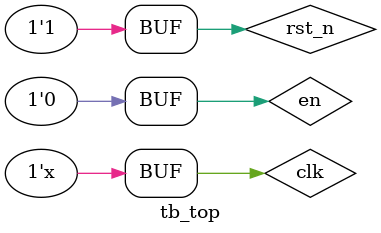
<source format=v>
module tb_top();

    parameter PERIOD = 10; 
        
    reg clk; 
    reg rst_n;
    reg en; 
    
    wire state;
    wire [4:0] led;
    wire [7:0] motor_led;
    wire [6:0] gfnd;
    wire fnd_sel;
    wire OUT_A;
    wire OUT_B;
    wire OUT_nA;
    wire OUT_nB;
    
    always # (PERIOD/2) clk = ~clk ;
   
    always # (PERIOD*11000000) en = ~en;
    
    always # (PERIOD*111111) en = 0; 
    
    signal SIGNAL(.clk(clk), .rst_n(rst_n), .en(en), .state(state), .led(led) , .motor_led(motor_led), .gfnd(gfnd), 
                  .fnd_sel(fnd_sel), .OUT_A(OUT_A), .OUT_B(OUT_B), .OUT_nA(OUT_nA), .OUT_nB(OUT_nB));
                  
    initial begin
        clk = 0;
        rst_n = 0;
        en = 0; 
        
        #10 rst_n = 1;
        
    end 
        
       
endmodule

</source>
